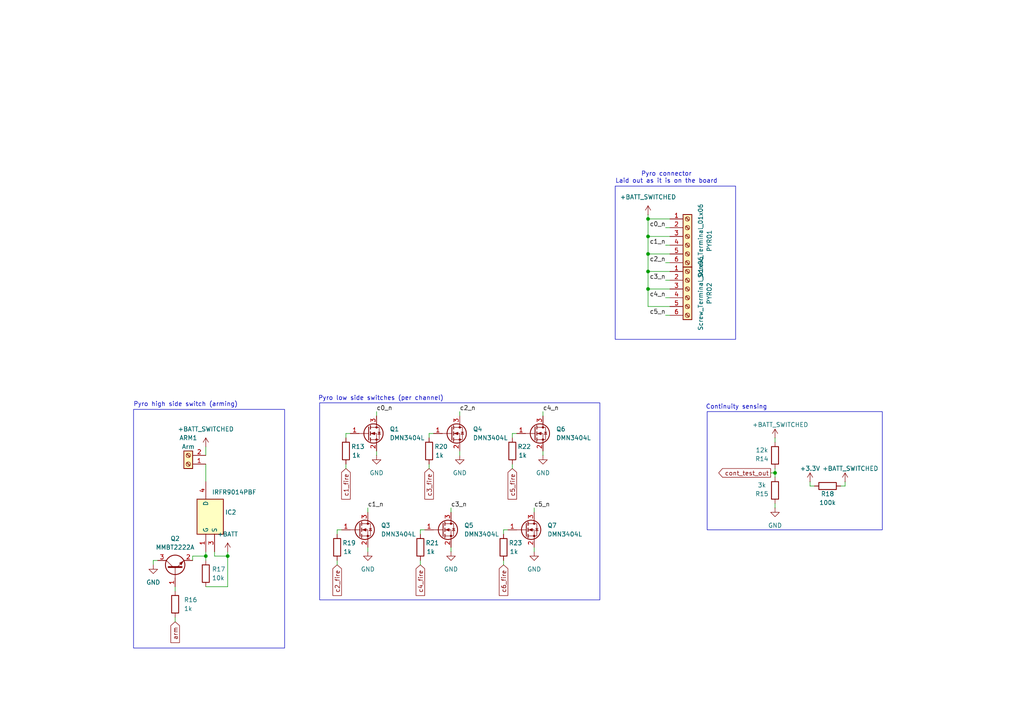
<source format=kicad_sch>
(kicad_sch (version 20250114) (generator "eeschema") (generator_version "9.0")
  (paper "A4")
  (lib_symbols
    (symbol "Connector:Screw_Terminal_01x02" (pin_names (offset 1.016) (hide yes))
      (property "Reference" "J" (at 0 2.54 0))
      (property "Value" "Screw_Terminal_01x02" (at 0 -5.08 0))
      (symbol "Screw_Terminal_01x02_1_1"
        (rectangle (start -1.27 1.27) (end 1.27 -3.81) (stroke (width 0.254)) (fill (type background)))
        (polyline (pts (xy -0.5334 0.3302) (xy 0.3302 -0.508)) (stroke (width 0.1524)))
        (polyline (pts (xy -0.5334 -2.2098) (xy 0.3302 -3.048)) (stroke (width 0.1524)))
        (polyline (pts (xy -0.3556 0.508) (xy 0.508 -0.3302)) (stroke (width 0.1524)))
        (polyline (pts (xy -0.3556 -2.032) (xy 0.508 -2.8702)) (stroke (width 0.1524)))
        (circle (center 0 0) (radius 0.635) (stroke (width 0.1524)))
        (circle (center 0 -2.54) (radius 0.635) (stroke (width 0.1524)))
        (pin passive line (at -5.08 0 0) (length 3.81) (name "Pin_1") (number "1"))
        (pin passive line (at -5.08 -2.54 0) (length 3.81) (name "Pin_2") (number "2"))
      )
    )
    (symbol "Connector:Screw_Terminal_01x06" (pin_names (offset 1.016) (hide yes))
      (property "Reference" "J" (at 0 7.62 0))
      (property "Value" "Screw_Terminal_01x06" (at 0 -10.16 0))
      (symbol "Screw_Terminal_01x06_1_1"
        (rectangle (start -1.27 6.35) (end 1.27 -8.89) (stroke (width 0.254)) (fill (type background)))
        (polyline (pts (xy -0.5334 5.4102) (xy 0.3302 4.572)) (stroke (width 0.1524)))
        (polyline (pts (xy -0.5334 2.8702) (xy 0.3302 2.032)) (stroke (width 0.1524)))
        (polyline (pts (xy -0.5334 0.3302) (xy 0.3302 -0.508)) (stroke (width 0.1524)))
        (polyline (pts (xy -0.5334 -2.2098) (xy 0.3302 -3.048)) (stroke (width 0.1524)))
        (polyline (pts (xy -0.5334 -4.7498) (xy 0.3302 -5.588)) (stroke (width 0.1524)))
        (polyline (pts (xy -0.5334 -7.2898) (xy 0.3302 -8.128)) (stroke (width 0.1524)))
        (polyline (pts (xy -0.3556 5.588) (xy 0.508 4.7498)) (stroke (width 0.1524)))
        (polyline (pts (xy -0.3556 3.048) (xy 0.508 2.2098)) (stroke (width 0.1524)))
        (polyline (pts (xy -0.3556 0.508) (xy 0.508 -0.3302)) (stroke (width 0.1524)))
        (polyline (pts (xy -0.3556 -2.032) (xy 0.508 -2.8702)) (stroke (width 0.1524)))
        (polyline (pts (xy -0.3556 -4.572) (xy 0.508 -5.4102)) (stroke (width 0.1524)))
        (polyline (pts (xy -0.3556 -7.112) (xy 0.508 -7.9502)) (stroke (width 0.1524)))
        (circle (center 0 5.08) (radius 0.635) (stroke (width 0.1524)))
        (circle (center 0 2.54) (radius 0.635) (stroke (width 0.1524)))
        (circle (center 0 0) (radius 0.635) (stroke (width 0.1524)))
        (circle (center 0 -2.54) (radius 0.635) (stroke (width 0.1524)))
        (circle (center 0 -5.08) (radius 0.635) (stroke (width 0.1524)))
        (circle (center 0 -7.62) (radius 0.635) (stroke (width 0.1524)))
        (pin passive line (at -5.08 5.08 0) (length 3.81) (name "Pin_1") (number "1"))
        (pin passive line (at -5.08 2.54 0) (length 3.81) (name "Pin_2") (number "2"))
        (pin passive line (at -5.08 0 0) (length 3.81) (name "Pin_3") (number "3"))
        (pin passive line (at -5.08 -2.54 0) (length 3.81) (name "Pin_4") (number "4"))
        (pin passive line (at -5.08 -5.08 0) (length 3.81) (name "Pin_5") (number "5"))
        (pin passive line (at -5.08 -7.62 0) (length 3.81) (name "Pin_6") (number "6"))
      )
    )
    (symbol "Device:R" (pin_numbers (hide yes)) (pin_names (offset 0))
      (property "Reference" "R" (at 2.032 0 90))
      (property "Value" "R" (at 0 0 90))
      (symbol "R_0_1"
        (rectangle (start -1.016 -2.54) (end 1.016 2.54) (stroke (width 0.254)))
      )
      (symbol "R_1_1"
        (pin passive line (at 0 3.81 270) (length 1.27) (name "~") (number "1"))
        (pin passive line (at 0 -3.81 90) (length 1.27) (name "~") (number "2"))
      )
    )
    (symbol "IRFR9014PBF:IRFR9014PBF"
      (property "Reference" "IC" (at 16.51 7.62 0))
      (property "Value" "IRFR9014PBF" (at 16.51 5.08 0))
      (symbol "IRFR9014PBF_1_1"
        (rectangle (start 5.08 2.54) (end 15.24 -5.08) (stroke (width 0.254)) (fill (type background)))
        (pin passive line (at 0 0 0) (length 5.08) (name "G") (number "1"))
        (pin passive line (at 0 -2.54 0) (length 5.08) (name "S") (number "3"))
        (pin passive line (at 20.32 0 180) (length 5.08) (name "D") (number "4"))
      )
    )
    (symbol "Transistor_BJT:MMBT2222A" (pin_names (offset 0) (hide yes))
      (property "Reference" "Q" (at 5.08 1.905 0))
      (property "Value" "MMBT2222A" (at 5.08 0 0))
      (symbol "MMBT2222A_0_1"
        (polyline (pts (xy -2.54 0) (xy 0.635 0)))
        (polyline (pts (xy 0.635 1.905) (xy 0.635 -1.905)) (stroke (width 0.508)))
        (circle (center 1.27 0) (radius 2.8194) (stroke (width 0.254)))
      )
      (symbol "MMBT2222A_1_1"
        (polyline (pts (xy 0.635 0.635) (xy 2.54 2.54)))
        (polyline (pts (xy 0.635 -0.635) (xy 2.54 -2.54)))
        (polyline (pts (xy 1.27 -1.778) (xy 1.778 -1.27) (xy 2.286 -2.286) (xy 1.27 -1.778)) (fill (type outline)))
        (pin input line (at -5.08 0 0) (length 2.54) (name "B") (number "1"))
        (pin passive line (at 2.54 5.08 270) (length 2.54) (name "C") (number "3"))
        (pin passive line (at 2.54 -5.08 90) (length 2.54) (name "E") (number "2"))
      )
    )
    (symbol "Transistor_FET:DMN3404L" (pin_names (offset 0) (hide yes))
      (property "Reference" "Q" (at 5.08 1.905 0))
      (property "Value" "DMN3404L" (at 5.08 0 0))
      (symbol "DMN3404L_0_1"
        (polyline (pts (xy 0.254 1.905) (xy 0.254 -1.905)) (stroke (width 0.254)))
        (polyline (pts (xy 0.254 0) (xy -2.54 0)))
        (polyline (pts (xy 0.762 2.286) (xy 0.762 1.27)) (stroke (width 0.254)))
        (polyline (pts (xy 0.762 0.508) (xy 0.762 -0.508)) (stroke (width 0.254)))
        (polyline (pts (xy 0.762 -1.27) (xy 0.762 -2.286)) (stroke (width 0.254)))
        (polyline (pts (xy 0.762 -1.778) (xy 3.302 -1.778) (xy 3.302 1.778) (xy 0.762 1.778)))
        (polyline (pts (xy 1.016 0) (xy 2.032 0.381) (xy 2.032 -0.381) (xy 1.016 0)) (fill (type outline)))
        (circle (center 1.651 0) (radius 2.794) (stroke (width 0.254)))
        (polyline (pts (xy 2.54 2.54) (xy 2.54 1.778)))
        (circle (center 2.54 1.778) (radius 0.254) (fill (type outline)))
        (circle (center 2.54 -1.778) (radius 0.254) (fill (type outline)))
        (polyline (pts (xy 2.54 -2.54) (xy 2.54 0) (xy 0.762 0)))
        (polyline (pts (xy 2.921 0.381) (xy 3.683 0.381)))
        (polyline (pts (xy 3.302 0.381) (xy 2.921 -0.254) (xy 3.683 -0.254) (xy 3.302 0.381)))
      )
      (symbol "DMN3404L_1_1"
        (pin input line (at -5.08 0 0) (length 2.54) (name "G") (number "1"))
        (pin passive line (at 2.54 5.08 270) (length 2.54) (name "D") (number "3"))
        (pin passive line (at 2.54 -5.08 90) (length 2.54) (name "S") (number "2"))
      )
    )
    (symbol "power:+12C" (power) (pin_numbers (hide yes)) (pin_names (offset 0) (hide yes))
      (property "Value" "+12C" (at 0 3.556 0))
      (symbol "+12C_0_1"
        (polyline (pts (xy -0.762 1.27) (xy 0 2.54)))
        (polyline (pts (xy 0 2.54) (xy 0.762 1.27)))
        (polyline (pts (xy 0 0) (xy 0 2.54)))
      )
      (symbol "+12C_1_1"
        (pin power_in line (at 0 0 90) (length 0) (name "~") (number "1"))
      )
    )
    (symbol "power:+3.3V" (power) (pin_numbers (hide yes)) (pin_names (offset 0) (hide yes))
      (property "Value" "+3.3V" (at 0 3.556 0))
      (symbol "+3.3V_0_1"
        (polyline (pts (xy -0.762 1.27) (xy 0 2.54)))
        (polyline (pts (xy 0 2.54) (xy 0.762 1.27)))
        (polyline (pts (xy 0 0) (xy 0 2.54)))
      )
      (symbol "+3.3V_1_1"
        (pin power_in line (at 0 0 90) (length 0) (name "~") (number "1"))
      )
    )
    (symbol "power:+BATT" (power) (pin_numbers (hide yes)) (pin_names (offset 0) (hide yes))
      (property "Value" "+BATT" (at 0 3.556 0))
      (symbol "+BATT_0_1"
        (polyline (pts (xy -0.762 1.27) (xy 0 2.54)))
        (polyline (pts (xy 0 2.54) (xy 0.762 1.27)))
        (polyline (pts (xy 0 0) (xy 0 2.54)))
      )
      (symbol "+BATT_1_1"
        (pin power_in line (at 0 0 90) (length 0) (name "~") (number "1"))
      )
    )
    (symbol "power:GND" (power) (pin_numbers (hide yes)) (pin_names (offset 0) (hide yes))
      (property "Value" "GND" (at 0 -3.81 0))
      (symbol "GND_0_1"
        (polyline (pts (xy 0 0) (xy 0 -1.27) (xy 1.27 -1.27) (xy 0 -2.54) (xy -1.27 -1.27) (xy 0 -1.27)))
      )
      (symbol "GND_1_1"
        (pin power_in line (at 0 0 270) (length 0) (name "~") (number "1"))
      )
    )
  )
  (rectangle (start 205.105 119.38) (end 255.905 153.67))
  (rectangle (start 38.735 118.745) (end 82.55 187.96))
  (rectangle (start 92.71 116.84) (end 173.99 173.99))
  (rectangle (start 178.435 53.975) (end 213.36 98.425))
  (text "Pyro low side switches (per channel)" (at 110.49 115.57 0) (effects (font (size 1.27 1.27))))
  (text "Pyro high side switch (arming)" (at 53.848 117.348 0) (effects (font (size 1.27 1.27))))
  (text "Continuity sensing" (at 213.614 118.11 0) (effects (font (size 1.27 1.27))))
  (text "Pyro connector\nLaid out as it is on the board" (at 193.294 51.562 0) (effects (font (size 1.27 1.27))))
  (junction (at 66.04 161.29))
  (junction (at 187.96 68.58))
  (junction (at 187.96 83.82))
  (junction (at 187.96 78.74))
  (junction (at 59.69 161.29))
  (junction (at 187.96 73.66))
  (junction (at 224.79 137.16))
  (junction (at 187.96 63.5))
  (wire (pts (xy 187.96 78.74) (xy 187.96 73.66)))
  (wire (pts (xy 194.31 86.36) (xy 193.04 86.36)))
  (wire (pts (xy 55.88 161.29) (xy 59.69 161.29)))
  (wire (pts (xy 148.59 125.73) (xy 149.86 125.73)))
  (wire (pts (xy 224.79 138.43) (xy 224.79 137.16)))
  (wire (pts (xy 106.68 147.32) (xy 106.68 148.59)))
  (wire (pts (xy 50.8 170.18) (xy 50.8 171.45)))
  (wire (pts (xy 62.23 161.29) (xy 62.23 160.02)))
  (wire (pts (xy 133.35 119.38) (xy 133.35 120.65)))
  (wire (pts (xy 157.48 119.38) (xy 157.48 120.65)))
  (wire (pts (xy 59.69 129.54) (xy 59.69 132.08)))
  (wire (pts (xy 109.22 119.38) (xy 109.22 120.65)))
  (wire (pts (xy 44.45 163.83) (xy 44.45 162.56)))
  (wire (pts (xy 59.69 134.62) (xy 59.69 139.7)))
  (wire (pts (xy 50.8 179.07) (xy 50.8 180.34)))
  (wire (pts (xy 97.79 153.67) (xy 99.06 153.67)))
  (wire (pts (xy 148.59 125.73) (xy 148.59 127)))
  (wire (pts (xy 124.46 125.73) (xy 124.46 127)))
  (wire (pts (xy 194.31 71.12) (xy 193.04 71.12)))
  (wire (pts (xy 124.46 134.62) (xy 124.46 135.89)))
  (wire (pts (xy 121.92 162.56) (xy 121.92 163.83)))
  (wire (pts (xy 157.48 130.81) (xy 157.48 132.08)))
  (wire (pts (xy 187.96 68.58) (xy 187.96 63.5)))
  (wire (pts (xy 187.96 63.5) (xy 194.31 63.5)))
  (wire (pts (xy 148.59 134.62) (xy 148.59 135.89)))
  (wire (pts (xy 44.45 162.56) (xy 45.72 162.56)))
  (wire (pts (xy 234.95 139.7) (xy 234.95 140.97)))
  (wire (pts (xy 194.31 76.2) (xy 193.04 76.2)))
  (wire (pts (xy 224.79 127) (xy 224.79 128.27)))
  (wire (pts (xy 59.69 160.02) (xy 59.69 161.29)))
  (wire (pts (xy 194.31 66.04) (xy 193.04 66.04)))
  (wire (pts (xy 154.94 147.32) (xy 154.94 148.59)))
  (wire (pts (xy 187.96 88.9) (xy 194.31 88.9)))
  (wire (pts (xy 234.95 140.97) (xy 236.22 140.97)))
  (wire (pts (xy 187.96 88.9) (xy 187.96 83.82)))
  (wire (pts (xy 245.11 140.97) (xy 243.84 140.97)))
  (wire (pts (xy 187.96 62.23) (xy 187.96 63.5)))
  (wire (pts (xy 223.52 137.16) (xy 224.79 137.16)))
  (wire (pts (xy 154.94 158.75) (xy 154.94 160.02)))
  (wire (pts (xy 97.79 162.56) (xy 97.79 163.83)))
  (wire (pts (xy 194.31 81.28) (xy 193.04 81.28)))
  (wire (pts (xy 59.69 161.29) (xy 59.69 162.56)))
  (wire (pts (xy 133.35 130.81) (xy 133.35 132.08)))
  (wire (pts (xy 66.04 161.29) (xy 62.23 161.29)))
  (wire (pts (xy 121.92 153.67) (xy 121.92 154.94)))
  (wire (pts (xy 224.79 137.16) (xy 224.79 135.89)))
  (wire (pts (xy 100.33 125.73) (xy 100.33 127)))
  (wire (pts (xy 187.96 83.82) (xy 187.96 78.74)))
  (wire (pts (xy 130.81 158.75) (xy 130.81 160.02)))
  (wire (pts (xy 121.92 153.67) (xy 123.19 153.67)))
  (wire (pts (xy 187.96 73.66) (xy 194.31 73.66)))
  (wire (pts (xy 146.05 153.67) (xy 146.05 154.94)))
  (wire (pts (xy 66.04 170.18) (xy 66.04 161.29)))
  (wire (pts (xy 124.46 125.73) (xy 125.73 125.73)))
  (wire (pts (xy 245.11 139.7) (xy 245.11 140.97)))
  (wire (pts (xy 146.05 162.56) (xy 146.05 163.83)))
  (wire (pts (xy 106.68 158.75) (xy 106.68 160.02)))
  (wire (pts (xy 100.33 125.73) (xy 101.6 125.73)))
  (wire (pts (xy 66.04 160.02) (xy 66.04 161.29)))
  (wire (pts (xy 187.96 68.58) (xy 194.31 68.58)))
  (wire (pts (xy 130.81 147.32) (xy 130.81 148.59)))
  (wire (pts (xy 97.79 153.67) (xy 97.79 154.94)))
  (wire (pts (xy 109.22 130.81) (xy 109.22 132.08)))
  (wire (pts (xy 187.96 83.82) (xy 194.31 83.82)))
  (wire (pts (xy 59.69 170.18) (xy 66.04 170.18)))
  (wire (pts (xy 187.96 73.66) (xy 187.96 68.58)))
  (wire (pts (xy 194.31 91.44) (xy 193.04 91.44)))
  (wire (pts (xy 100.33 134.62) (xy 100.33 135.89)))
  (wire (pts (xy 146.05 153.67) (xy 147.32 153.67)))
  (wire (pts (xy 224.79 146.05) (xy 224.79 147.32)))
  (wire (pts (xy 55.88 161.29) (xy 55.88 162.56)))
  (wire (pts (xy 187.96 78.74) (xy 194.31 78.74)))
  (label "c1_n" (at 106.68 147.32 0))
  (label "c4_n" (at 157.48 119.38 0))
  (label "c5_n" (at 193.04 91.44 180))
  (label "c5_n" (at 154.94 147.32 0))
  (label "c3_n" (at 193.04 81.28 180))
  (label "c4_n" (at 193.04 86.36 180))
  (label "c1_n" (at 193.04 71.12 180))
  (label "c3_n" (at 130.81 147.32 0))
  (label "c2_n" (at 193.04 76.2 180))
  (label "c0_n" (at 193.04 66.04 180))
  (label "c2_n" (at 133.35 119.38 0))
  (label "c0_n" (at 109.22 119.38 0))
  (global_label "arm" (shape input) (at 50.8 180.34 270) (property "Intersheetrefs" "${INTERSHEET_REFS}" (effects (hide yes))))
  (global_label "c5_fire" (shape input) (at 148.59 135.89 270) (property "Intersheetrefs" "${INTERSHEET_REFS}" (effects (hide yes))))
  (global_label "c3_fire" (shape input) (at 124.46 135.89 270) (property "Intersheetrefs" "${INTERSHEET_REFS}" (effects (hide yes))))
  (global_label "c6_fire" (shape input) (at 146.05 163.83 270) (property "Intersheetrefs" "${INTERSHEET_REFS}" (effects (hide yes))))
  (global_label "c4_fire" (shape input) (at 121.92 163.83 270) (property "Intersheetrefs" "${INTERSHEET_REFS}" (effects (hide yes))))
  (global_label "c1_fire" (shape input) (at 100.33 135.89 270) (property "Intersheetrefs" "${INTERSHEET_REFS}" (effects (hide yes))))
  (global_label "cont_test_out" (shape output) (at 223.52 137.16 180) (property "Intersheetrefs" "${INTERSHEET_REFS}" (effects (hide yes))))
  (global_label "c2_fire" (shape input) (at 97.79 163.83 270) (property "Intersheetrefs" "${INTERSHEET_REFS}" (effects (hide yes))))
  (symbol (lib_id "power:GND") (at 44.45 163.83 0) (unit 1)
    (property "Reference" "#PWR025" (effects (hide yes)))
    (property "Value" "GND" (at 44.45 168.91 0))
    (property "Description" "Power symbol creates a global label with name \"GND\" , ground" (effects (hide yes)))
  )
  (symbol (lib_id "power:GND") (at 106.68 160.02 0) (unit 1)
    (property "Reference" "#PWR031" (effects (hide yes)))
    (property "Value" "GND" (at 106.68 165.1 0))
    (property "Description" "Power symbol creates a global label with name \"GND\" , ground" (effects (hide yes)))
  )
  (symbol (lib_id "Transistor_FET:DMN3404L") (at 128.27 153.67 0) (unit 1)
    (property "Reference" "Q5" (at 134.62 152.3999 0) (effects (justify left)))
    (property "Value" "DMN3404L" (at 134.62 154.9399 0) (effects (justify left)))
    (property "Footprint" "Package_TO_SOT_SMD:SOT-23" (effects (hide yes)))
    (property "Datasheet" "http://www.diodes.com/assets/Datasheets/ds31787.pdf" (effects (hide yes)))
    (property "Description" "5.8A Id, 30V Vds, N-Channel MOSFET, SOT-23" (effects (hide yes)))
  )
  (symbol (lib_id "power:GND") (at 109.22 132.08 0) (unit 1)
    (property "Reference" "#PWR026" (effects (hide yes)))
    (property "Value" "GND" (at 109.22 137.16 0))
    (property "Description" "Power symbol creates a global label with name \"GND\" , ground" (effects (hide yes)))
  )
  (symbol (lib_id "Device:R") (at 59.69 166.37 0) (unit 1)
    (property "Reference" "R17" (at 61.468 165.1 0) (effects (justify left)))
    (property "Value" "10k" (at 61.468 167.64 0) (effects (justify left)))
    (property "Footprint" "Resistor_SMD:R_0402_1005Metric" (effects (hide yes)))
    (property "Description" "Resistor" (effects (hide yes)))
  )
  (symbol (lib_id "Device:R") (at 97.79 158.75 0) (unit 1)
    (property "Reference" "R19" (at 99.314 157.48 0) (effects (justify left)))
    (property "Value" "1k" (at 99.568 160.02 0) (effects (justify left)))
    (property "Footprint" "Resistor_SMD:R_0402_1005Metric" (effects (hide yes)))
    (property "Description" "Resistor" (effects (hide yes)))
  )
  (symbol (lib_id "Transistor_BJT:MMBT2222A") (at 50.8 165.1 90) (unit 1)
    (property "Reference" "Q2" (at 50.8 156.21 90))
    (property "Value" "MMBT2222A" (at 50.8 158.75 90))
    (property "Footprint" "Package_TO_SOT_SMD:SOT-23" (effects (hide yes)))
    (property "Datasheet" "https://assets.nexperia.com/documents/data-sheet/MMBT2222A.pdf" (effects (hide yes)))
    (property "Description" "600mA Ic, 40V Vce, NPN Transistor, SOT-23" (effects (hide yes)))
  )
  (symbol (lib_id "Device:R") (at 148.59 130.81 0) (unit 1)
    (property "Reference" "R22" (at 150.114 129.54 0) (effects (justify left)))
    (property "Value" "1k" (at 150.368 132.08 0) (effects (justify left)))
    (property "Footprint" "Resistor_SMD:R_0402_1005Metric" (effects (hide yes)))
    (property "Description" "Resistor" (effects (hide yes)))
  )
  (symbol (lib_id "power:GND") (at 133.35 132.08 0) (unit 1)
    (property "Reference" "#PWR033" (effects (hide yes)))
    (property "Value" "GND" (at 133.35 137.16 0))
    (property "Description" "Power symbol creates a global label with name \"GND\" , ground" (effects (hide yes)))
  )
  (symbol (lib_id "Transistor_FET:DMN3404L") (at 154.94 125.73 0) (unit 1)
    (property "Reference" "Q6" (at 161.29 124.4599 0) (effects (justify left)))
    (property "Value" "DMN3404L" (at 161.29 126.9999 0) (effects (justify left)))
    (property "Footprint" "Package_TO_SOT_SMD:SOT-23" (effects (hide yes)))
    (property "Datasheet" "http://www.diodes.com/assets/Datasheets/ds31787.pdf" (effects (hide yes)))
    (property "Description" "5.8A Id, 30V Vds, N-Channel MOSFET, SOT-23" (effects (hide yes)))
  )
  (symbol (lib_id "Device:R") (at 146.05 158.75 0) (unit 1)
    (property "Reference" "R23" (at 147.574 157.48 0) (effects (justify left)))
    (property "Value" "1k" (at 147.828 160.02 0) (effects (justify left)))
    (property "Footprint" "Resistor_SMD:R_0402_1005Metric" (effects (hide yes)))
    (property "Description" "Resistor" (effects (hide yes)))
  )
  (symbol (lib_id "power:+12C") (at 224.79 127 0) (unit 1)
    (property "Reference" "#PWR032" (effects (hide yes)))
    (property "Value" "+BATT_SWITCHED" (at 226.314 123.19 0))
    (property "Description" "Power symbol creates a global label with name \"+12C\"" (effects (hide yes)))
  )
  (symbol (lib_id "Connector:Screw_Terminal_01x06") (at 199.39 68.58 0) (unit 1)
    (property "Reference" "PYRO1" (at 205.74 69.85 90))
    (property "Value" "Screw_Terminal_01x06" (at 203.2 69.85 90))
    (property "Footprint" "footprints:TBC05061GG" (effects (hide yes)))
    (property "Description" "Generic screw terminal, single row, 01x06, script generated (kicad-library-utils/schlib/autogen/connector/)" (effects (hide yes)))
  )
  (symbol (lib_id "Device:R") (at 100.33 130.81 0) (unit 1)
    (property "Reference" "R13" (at 101.854 129.54 0) (effects (justify left)))
    (property "Value" "1k" (at 102.108 132.08 0) (effects (justify left)))
    (property "Footprint" "Resistor_SMD:R_0402_1005Metric" (effects (hide yes)))
    (property "Description" "Resistor" (effects (hide yes)))
  )
  (symbol (lib_id "Transistor_FET:DMN3404L") (at 152.4 153.67 0) (unit 1)
    (property "Reference" "Q7" (at 158.75 152.3999 0) (effects (justify left)))
    (property "Value" "DMN3404L" (at 158.75 154.9399 0) (effects (justify left)))
    (property "Footprint" "Package_TO_SOT_SMD:SOT-23" (effects (hide yes)))
    (property "Datasheet" "http://www.diodes.com/assets/Datasheets/ds31787.pdf" (effects (hide yes)))
    (property "Description" "5.8A Id, 30V Vds, N-Channel MOSFET, SOT-23" (effects (hide yes)))
  )
  (symbol (lib_id "Device:R") (at 224.79 142.24 180) (unit 1)
    (property "Reference" "R15" (at 220.98 143.256 0))
    (property "Value" "3k" (at 220.98 140.716 0))
    (property "Footprint" "Resistor_SMD:R_0402_1005Metric" (effects (hide yes)))
    (property "Description" "Resistor" (effects (hide yes)))
  )
  (symbol (lib_id "power:+12C") (at 59.69 129.54 0) (unit 1)
    (property "Reference" "#PWR027" (effects (hide yes)))
    (property "Value" "+BATT_SWITCHED" (at 59.69 124.46 0))
    (property "Description" "Power symbol creates a global label with name \"+12C\"" (effects (hide yes)))
  )
  (symbol (lib_id "IRFR9014PBF:IRFR9014PBF") (at 59.69 160.02 90) (unit 1)
    (property "Reference" "IC2" (at 65.278 148.59 90) (effects (justify right)))
    (property "Value" "IRFR9014PBF" (at 61.468 142.748 90) (effects (justify right)))
    (property "Footprint" "footprints:TO228P990X238-3N" (effects (hide yes)))
    (property "Datasheet" "http://www.vishay.com/docs/91277/sihfr901.pdf" (effects (hide yes)))
    (property "Description" "IRFR9014PBF, P-channel MOSFET Transistor, 5.1 A 60 V, 3-Pin D-PAK" (effects (hide yes)))
    (property "Mouser Part Number" "844-IRFR9014PBF" (effects (hide yes)))
    (property "Mouser Price/Stock" "https://www.mouser.co.uk/ProductDetail/Vishay-Semiconductors/IRFR9014PBF?qs=cvaI6ThkwxvO%2FgFkxCxkOw%3D%3D" (effects (hide yes)))
    (property "Manufacturer_Name" "Vishay" (effects (hide yes)))
    (property "Manufacturer_Part_Number" "IRFR9014PBF" (effects (hide yes)))
  )
  (symbol (lib_id "power:+12C") (at 245.11 139.7 0) (unit 1)
    (property "Reference" "#PWR030" (effects (hide yes)))
    (property "Value" "+BATT_SWITCHED" (at 246.634 135.89 0))
    (property "Description" "Power symbol creates a global label with name \"+12C\"" (effects (hide yes)))
  )
  (symbol (lib_id "Transistor_FET:DMN3404L") (at 106.68 125.73 0) (unit 1)
    (property "Reference" "Q1" (at 113.03 124.4599 0) (effects (justify left)))
    (property "Value" "DMN3404L" (at 113.03 126.9999 0) (effects (justify left)))
    (property "Footprint" "Package_TO_SOT_SMD:SOT-23" (effects (hide yes)))
    (property "Datasheet" "http://www.diodes.com/assets/Datasheets/ds31787.pdf" (effects (hide yes)))
    (property "Description" "5.8A Id, 30V Vds, N-Channel MOSFET, SOT-23" (effects (hide yes)))
  )
  (symbol (lib_id "Connector:Screw_Terminal_01x02") (at 54.61 134.62 180) (unit 1)
    (property "Reference" "ARM1" (at 54.61 127 0))
    (property "Value" "Arm" (at 54.61 129.54 0))
    (property "Footprint" "footprints:TBC05021GG" (effects (hide yes)))
    (property "Description" "Generic screw terminal, single row, 01x02, script generated (kicad-library-utils/schlib/autogen/connector/)" (effects (hide yes)))
  )
  (symbol (lib_id "power:+3.3V") (at 234.95 139.7 0) (unit 1)
    (property "Reference" "#PWR029" (effects (hide yes)))
    (property "Value" "+3.3V" (at 234.95 135.89 0))
    (property "Description" "Power symbol creates a global label with name \"+3.3V\"" (effects (hide yes)))
  )
  (symbol (lib_id "Transistor_FET:DMN3404L") (at 130.81 125.73 0) (unit 1)
    (property "Reference" "Q4" (at 137.16 124.4599 0) (effects (justify left)))
    (property "Value" "DMN3404L" (at 137.16 126.9999 0) (effects (justify left)))
    (property "Footprint" "Package_TO_SOT_SMD:SOT-23" (effects (hide yes)))
    (property "Datasheet" "http://www.diodes.com/assets/Datasheets/ds31787.pdf" (effects (hide yes)))
    (property "Description" "5.8A Id, 30V Vds, N-Channel MOSFET, SOT-23" (effects (hide yes)))
  )
  (symbol (lib_id "Device:R") (at 124.46 130.81 0) (unit 1)
    (property "Reference" "R20" (at 125.984 129.54 0) (effects (justify left)))
    (property "Value" "1k" (at 126.238 132.08 0) (effects (justify left)))
    (property "Footprint" "Resistor_SMD:R_0402_1005Metric" (effects (hide yes)))
    (property "Description" "Resistor" (effects (hide yes)))
  )
  (symbol (lib_id "Connector:Screw_Terminal_01x06") (at 199.39 83.82 0) (unit 1)
    (property "Reference" "PYRO2" (at 205.74 85.09 90))
    (property "Value" "Screw_Terminal_01x06" (at 203.2 85.09 90))
    (property "Footprint" "footprints:TBC05061GG" (effects (hide yes)))
    (property "Description" "Generic screw terminal, single row, 01x06, script generated (kicad-library-utils/schlib/autogen/connector/)" (effects (hide yes)))
  )
  (symbol (lib_id "Device:R") (at 50.8 175.26 0) (unit 1)
    (property "Reference" "R16" (at 53.34 173.9899 0) (effects (justify left)))
    (property "Value" "1k" (at 53.34 176.5299 0) (effects (justify left)))
    (property "Footprint" "Resistor_SMD:R_0402_1005Metric" (effects (hide yes)))
    (property "Description" "Resistor" (effects (hide yes)))
  )
  (symbol (lib_id "power:GND") (at 130.81 160.02 0) (unit 1)
    (property "Reference" "#PWR035" (effects (hide yes)))
    (property "Value" "GND" (at 130.81 165.1 0))
    (property "Description" "Power symbol creates a global label with name \"GND\" , ground" (effects (hide yes)))
  )
  (symbol (lib_id "power:GND") (at 157.48 132.08 0) (unit 1)
    (property "Reference" "#PWR037" (effects (hide yes)))
    (property "Value" "GND" (at 157.48 137.16 0))
    (property "Description" "Power symbol creates a global label with name \"GND\" , ground" (effects (hide yes)))
  )
  (symbol (lib_id "power:+BATT") (at 66.04 160.02 0) (unit 1)
    (property "Reference" "#PWR028" (effects (hide yes)))
    (property "Value" "+BATT" (at 66.04 154.94 0))
    (property "Description" "Power symbol creates a global label with name \"+BATT\"" (effects (hide yes)))
  )
  (symbol (lib_id "Device:R") (at 240.03 140.97 90) (unit 1)
    (property "Reference" "R18" (at 240.03 143.256 90))
    (property "Value" "100k" (at 240.03 145.796 90))
    (property "Footprint" "Resistor_SMD:R_0402_1005Metric" (effects (hide yes)))
    (property "Description" "Resistor" (effects (hide yes)))
  )
  (symbol (lib_id "power:GND") (at 154.94 160.02 0) (unit 1)
    (property "Reference" "#PWR039" (effects (hide yes)))
    (property "Value" "GND" (at 154.94 165.1 0))
    (property "Description" "Power symbol creates a global label with name \"GND\" , ground" (effects (hide yes)))
  )
  (symbol (lib_id "Device:R") (at 121.92 158.75 0) (unit 1)
    (property "Reference" "R21" (at 123.444 157.48 0) (effects (justify left)))
    (property "Value" "1k" (at 123.698 160.02 0) (effects (justify left)))
    (property "Footprint" "Resistor_SMD:R_0402_1005Metric" (effects (hide yes)))
    (property "Description" "Resistor" (effects (hide yes)))
  )
  (symbol (lib_id "Device:R") (at 224.79 132.08 180) (unit 1)
    (property "Reference" "R14" (at 220.98 133.096 0))
    (property "Value" "12k" (at 220.98 130.556 0))
    (property "Footprint" "Resistor_SMD:R_0402_1005Metric" (effects (hide yes)))
    (property "Description" "Resistor" (effects (hide yes)))
  )
  (symbol (lib_id "power:GND") (at 224.79 147.32 0) (unit 1)
    (property "Reference" "#PWR024" (effects (hide yes)))
    (property "Value" "GND" (at 224.79 152.4 0))
    (property "Description" "Power symbol creates a global label with name \"GND\" , ground" (effects (hide yes)))
  )
  (symbol (lib_id "power:+12C") (at 187.96 62.23 0) (unit 1)
    (property "Reference" "#PWR023" (effects (hide yes)))
    (property "Value" "+BATT_SWITCHED" (at 187.96 57.15 0))
    (property "Description" "Power symbol creates a global label with name \"+12C\"" (effects (hide yes)))
  )
  (symbol (lib_id "Transistor_FET:DMN3404L") (at 104.14 153.67 0) (unit 1)
    (property "Reference" "Q3" (at 110.49 152.3999 0) (effects (justify left)))
    (property "Value" "DMN3404L" (at 110.49 154.9399 0) (effects (justify left)))
    (property "Footprint" "Package_TO_SOT_SMD:SOT-23" (effects (hide yes)))
    (property "Datasheet" "http://www.diodes.com/assets/Datasheets/ds31787.pdf" (effects (hide yes)))
    (property "Description" "5.8A Id, 30V Vds, N-Channel MOSFET, SOT-23" (effects (hide yes)))
  )
)
</source>
